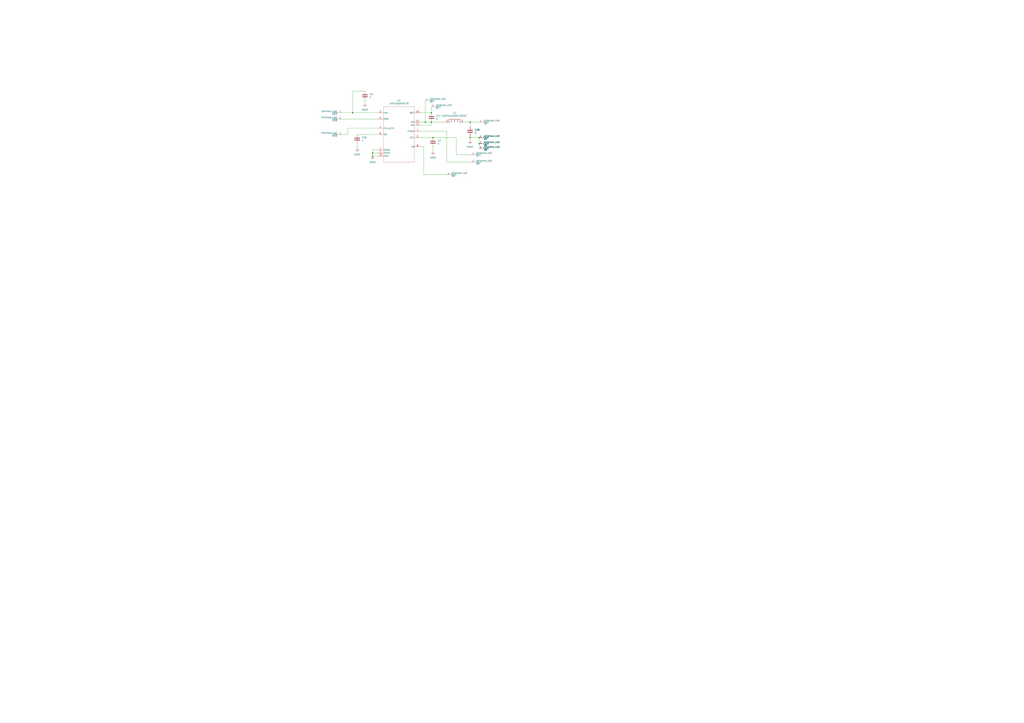
<source format=kicad_sch>
(kicad_sch (version 20230121) (generator eeschema)
  (paper "A1")
  (lib_symbols
    (symbol "Connectors_for_Wire:WireHole_1p5"
      (property "Reference" "D" (at 0 -1.27 0))
      (property "Value" "WireHole_1p5" (at 0 1.27 0))
      (symbol "WireHole_1p5_1_0"
        (pin bidirectional line (at 0 0 0) (length 2.54) (name "Conn") (number "1"))
      )
    )
    (symbol "Device:C" (pin_numbers hide) (pin_names (offset 0.254))
      (property "Reference" "C" (at 0.635 2.54 0))
      (property "Value" "C" (at 0.635 -2.54 0))
      (symbol "C_0_1"
        (polyline (pts (xy -2.032 -0.762) (xy 2.032 -0.762)) (stroke (width 0.508)))
        (polyline (pts (xy -2.032 0.762) (xy 2.032 0.762)) (stroke (width 0.508)))
      )
      (symbol "C_1_1"
        (pin passive line (at 0 3.81 270) (length 2.794) (name "~") (number "1"))
        (pin passive line (at 0 -3.81 90) (length 2.794) (name "~") (number "2"))
      )
    )
    (symbol "LM5160ADNTR:LM5160ADNTR" (pin_names (offset 0.254))
      (property "Reference" "U" (at 0 2.54 0))
      (property "Value" "LM5160ADNTR" (at 0 0 0))
      (symbol "LM5160ADNTR_0_1"
        (polyline (pts (xy -12.7 -22.86) (xy 12.7 -22.86)) (stroke (width 0.1016)))
        (polyline (pts (xy -12.7 22.86) (xy -12.7 -22.86)) (stroke (width 0.1016)))
        (polyline (pts (xy 12.7 -22.86) (xy 12.7 22.86)) (stroke (width 0.1016)))
        (polyline (pts (xy 12.7 22.86) (xy -12.7 22.86)) (stroke (width 0.1016)))
        (pin power_in line (at -17.78 -12.7 0) (length 5.08) (name "AGND") (number "1"))
        (pin power_in line (at 17.78 17.78 180) (length 5.08) (name "BST") (number "10"))
        (pin power_in line (at 17.78 7.62 180) (length 5.08) (name "SW") (number "11"))
        (pin power_in line (at 17.78 10.16 180) (length 5.08) (name "SW") (number "12"))
        (pin power_in line (at -17.78 -17.78 0) (length 5.08) (name "PAD") (number "13"))
        (pin power_in line (at -17.78 -15.24 0) (length 5.08) (name "PGND") (number "2"))
        (pin power_in line (at -17.78 17.78 0) (length 5.08) (name "VIN") (number "3"))
        (pin input line (at -17.78 5.08 0) (length 5.08) (name "EN_UVLO") (number "4"))
        (pin input line (at -17.78 12.7 0) (length 5.08) (name "RON") (number "5"))
        (pin input line (at -17.78 0 0) (length 5.08) (name "SS") (number "6"))
        (pin input line (at 17.78 2.54 180) (length 5.08) (name "FPWM") (number "7"))
        (pin input line (at 17.78 -10.16 180) (length 5.08) (name "FB") (number "8"))
        (pin power_in line (at 17.78 -2.54 180) (length 5.08) (name "VCC") (number "9"))
      )
    )
    (symbol "SWPA4030S1R0NT:SWPA4030S1R0NT" (pin_names (offset 0.254))
      (property "Reference" "L" (at 6.985 5.08 0))
      (property "Value" "SWPA4030S1R0NT" (at 6.985 -2.54 0))
      (symbol "SWPA4030S1R0NT_1_1"
        (polyline (pts (xy 2.54 0) (xy 2.54 1.27)) (stroke (width 0.2032)))
        (polyline (pts (xy 5.08 0) (xy 5.08 1.27)) (stroke (width 0.2032)))
        (polyline (pts (xy 7.62 0) (xy 7.62 1.27)) (stroke (width 0.2032)))
        (polyline (pts (xy 10.16 0) (xy 10.16 1.27)) (stroke (width 0.2032)))
        (polyline (pts (xy 12.7 0) (xy 12.7 1.27)) (stroke (width 0.2032)))
        (arc (start 5.08 1.27) (mid 3.81 2.5345) (end 2.54 1.27) (stroke (width 0.2032)))
        (arc (start 7.62 1.27) (mid 6.35 2.5345) (end 5.08 1.27) (stroke (width 0.2032)))
        (arc (start 10.16 1.27) (mid 8.89 2.5345) (end 7.62 1.27) (stroke (width 0.2032)))
        (arc (start 12.7 1.27) (mid 11.43 2.5345) (end 10.16 1.27) (stroke (width 0.2032)))
        (pin unspecified line (at 15.24 0 180) (length 2.54) (name "1") (number "1"))
        (pin unspecified line (at 0 0 0) (length 2.54) (name "2") (number "2"))
      )
      (symbol "SWPA4030S1R0NT_1_2"
        (arc (start -1.27 5.08) (mid -2.5345 3.81) (end -1.27 2.54) (stroke (width 0.2032)))
        (arc (start -1.27 7.62) (mid -2.5345 6.35) (end -1.27 5.08) (stroke (width 0.2032)))
        (arc (start -1.27 10.16) (mid -2.5345 8.89) (end -1.27 7.62) (stroke (width 0.2032)))
        (arc (start -1.27 12.7) (mid -2.5345 11.43) (end -1.27 10.16) (stroke (width 0.2032)))
        (polyline (pts (xy 0 2.54) (xy -1.27 2.54)) (stroke (width 0.2032)))
        (polyline (pts (xy 0 5.08) (xy -1.27 5.08)) (stroke (width 0.2032)))
        (polyline (pts (xy 0 7.62) (xy -1.27 7.62)) (stroke (width 0.2032)))
        (polyline (pts (xy 0 10.16) (xy -1.27 10.16)) (stroke (width 0.2032)))
        (polyline (pts (xy 0 12.7) (xy -1.27 12.7)) (stroke (width 0.2032)))
        (pin unspecified line (at 0 15.24 270) (length 2.54) (name "1") (number "1"))
        (pin unspecified line (at 0 0 90) (length 2.54) (name "2") (number "2"))
      )
    )
    (symbol "power:GND2" (power) (pin_names (offset 0))
      (property "Value" "GND2" (at 0 -3.81 0))
      (symbol "GND2_0_1"
        (polyline (pts (xy 0 0) (xy 0 -1.27) (xy 1.27 -1.27) (xy 0 -2.54) (xy -1.27 -1.27) (xy 0 -1.27)))
      )
      (symbol "GND2_1_1"
        (pin power_in line (at 0 0 270) (length 0) hide (name "GND2") (number "1"))
      )
    )
  )
  (junction (at 306.07 125.73))
  (junction (at 355.6 113.03))
  (junction (at 354.33 100.33))
  (junction (at 386.08 113.03))
  (junction (at 393.7 113.03))
  (junction (at 354.33 92.71))
  (junction (at 306.07 128.27))
  (junction (at 386.08 100.33))
  (junction (at 289.56 92.71))
  (junction (at 393.7 118.11))
  (junction (at 349.25 100.33))
  (wire (pts (xy 345.44 92.71) (xy 354.33 92.71)))
  (wire (pts (xy 347.98 120.65) (xy 347.98 143.51)))
  (wire (pts (xy 386.08 100.33) (xy 393.7 100.33)))
  (wire (pts (xy 374.65 113.03) (xy 355.6 113.03)))
  (wire (pts (xy 367.03 133.35) (xy 387.35 133.35)))
  (wire (pts (xy 309.88 123.19) (xy 306.07 123.19)))
  (wire (pts (xy 289.56 74.93) (xy 289.56 92.71)))
  (wire (pts (xy 386.08 100.33) (xy 386.08 104.14)))
  (wire (pts (xy 355.6 120.65) (xy 355.6 124.46)))
  (wire (pts (xy 367.03 107.95) (xy 367.03 133.35)))
  (wire (pts (xy 349.25 100.33) (xy 354.33 100.33)))
  (wire (pts (xy 299.72 74.93) (xy 289.56 74.93)))
  (wire (pts (xy 381 100.33) (xy 386.08 100.33)))
  (wire (pts (xy 280.67 92.71) (xy 289.56 92.71)))
  (wire (pts (xy 345.44 102.87) (xy 354.33 102.87)))
  (wire (pts (xy 345.44 100.33) (xy 349.25 100.33)))
  (wire (pts (xy 345.44 120.65) (xy 347.98 120.65)))
  (wire (pts (xy 386.08 113.03) (xy 386.08 115.57)))
  (wire (pts (xy 367.03 107.95) (xy 345.44 107.95)))
  (wire (pts (xy 309.88 125.73) (xy 306.07 125.73)))
  (wire (pts (xy 306.07 125.73) (xy 306.07 128.27)))
  (wire (pts (xy 393.7 118.11) (xy 393.7 121.92)))
  (wire (pts (xy 293.37 110.49) (xy 309.88 110.49)))
  (wire (pts (xy 289.56 92.71) (xy 309.88 92.71)))
  (wire (pts (xy 354.33 102.87) (xy 354.33 100.33)))
  (wire (pts (xy 306.07 123.19) (xy 306.07 125.73)))
  (wire (pts (xy 285.75 105.41) (xy 309.88 105.41)))
  (wire (pts (xy 354.33 100.33) (xy 365.76 100.33)))
  (wire (pts (xy 349.25 82.55) (xy 349.25 100.33)))
  (wire (pts (xy 387.35 127) (xy 374.65 127)))
  (wire (pts (xy 293.37 118.11) (xy 293.37 121.92)))
  (wire (pts (xy 354.33 87.63) (xy 354.33 92.71)))
  (wire (pts (xy 345.44 113.03) (xy 355.6 113.03)))
  (wire (pts (xy 280.67 110.49) (xy 285.75 110.49)))
  (wire (pts (xy 386.08 111.76) (xy 386.08 113.03)))
  (wire (pts (xy 280.67 97.79) (xy 309.88 97.79)))
  (wire (pts (xy 306.07 128.27) (xy 309.88 128.27)))
  (wire (pts (xy 393.7 113.03) (xy 393.7 118.11)))
  (wire (pts (xy 299.72 82.55) (xy 299.72 85.09)))
  (wire (pts (xy 347.98 143.51) (xy 367.03 143.51)))
  (wire (pts (xy 285.75 110.49) (xy 285.75 105.41)))
  (wire (pts (xy 374.65 127) (xy 374.65 113.03)))
  (wire (pts (xy 386.08 113.03) (xy 393.7 113.03)))
  (symbol (lib_id "power:GND2") (at 386.08 115.57 0) (unit 1)
    (property "Reference" "#PWR012" (effects hide))
    (property "Value" "GND2" (at 386.08 120.65 0))
  )
  (symbol (lib_id "Connectors_for_Wire:WireHole_1p5") (at 387.35 133.35 0) (mirror x) (unit 1)
    (property "Reference" "D6" (at 391.16 134.6201 0) (effects (justify left)))
    (property "Value" "WireHole_1p5" (at 391.16 132.0801 0) (effects (justify left)))
    (property "Footprint" "Wire_holes:WireHole_1p2" (effects hide))
  )
  (symbol (lib_id "power:GND2") (at 306.07 128.27 0) (unit 1)
    (property "Reference" "#PWR015" (effects hide))
    (property "Value" "GND2" (at 306.07 133.35 0))
  )
  (symbol (lib_id "Connectors_for_Wire:WireHole_1p5") (at 280.67 97.79 180) (unit 1)
    (property "Reference" "D18" (at 276.86 99.0601 0) (effects (justify left)))
    (property "Value" "WireHole_1p5" (at 276.86 96.5201 0) (effects (justify left)))
    (property "Footprint" "Wire_holes:WireHole_1p2" (effects hide))
  )
  (symbol (lib_id "Connectors_for_Wire:WireHole_1p5") (at 367.03 143.51 0) (mirror x) (unit 1)
    (property "Reference" "D9" (at 370.84 144.7801 0) (effects (justify left)))
    (property "Value" "WireHole_1p5" (at 370.84 142.2401 0) (effects (justify left)))
    (property "Footprint" "Wire_holes:WireHole_1p2" (effects hide))
  )
  (symbol (lib_id "Connectors_for_Wire:WireHole_1p5") (at 387.35 127 0) (mirror x) (unit 1)
    (property "Reference" "D7" (at 391.16 128.2701 0) (effects (justify left)))
    (property "Value" "WireHole_1p5" (at 391.16 125.7301 0) (effects (justify left)))
    (property "Footprint" "Wire_holes:WireHole_1p2" (effects hide))
  )
  (symbol (lib_id "Device:C") (at 386.08 107.95 0) (unit 1)
    (property "Reference" "C28" (at 389.89 106.68 0) (effects (justify left)))
    (property "Value" "C" (at 389.89 109.22 0) (effects (justify left)))
    (property "Footprint" "Capacitor_SMD:C_0805_2012Metric_Pad1.18x1.45mm_HandSolder" (effects hide))
  )
  (symbol (lib_id "Connectors_for_Wire:WireHole_1p5") (at 393.7 121.92 0) (mirror x) (unit 1)
    (property "Reference" "D8" (at 397.51 123.1901 0) (effects (justify left)))
    (property "Value" "WireHole_1p5" (at 397.51 120.6501 0) (effects (justify left)))
    (property "Footprint" "Wire_holes:WireHole_1p2" (effects hide))
  )
  (symbol (lib_id "Connectors_for_Wire:WireHole_1p5") (at 280.67 110.49 180) (unit 1)
    (property "Reference" "D19" (at 276.86 111.7601 0) (effects (justify left)))
    (property "Value" "WireHole_1p5" (at 276.86 109.2201 0) (effects (justify left)))
    (property "Footprint" "Wire_holes:WireHole_1p2" (effects hide))
  )
  (symbol (lib_id "Connectors_for_Wire:WireHole_1p5") (at 354.33 87.63 0) (mirror x) (unit 1)
    (property "Reference" "D1" (at 358.14 88.9001 0) (effects (justify left)))
    (property "Value" "WireHole_1p5" (at 358.14 86.3601 0) (effects (justify left)))
    (property "Footprint" "Wire_holes:WireHole_1p2" (effects hide))
  )
  (symbol (lib_id "Connectors_for_Wire:WireHole_1p5") (at 393.7 100.33 0) (mirror x) (unit 1)
    (property "Reference" "D2" (at 397.51 101.6001 0) (effects (justify left)))
    (property "Value" "WireHole_1p5" (at 397.51 99.0601 0) (effects (justify left)))
    (property "Footprint" "Wire_holes:WireHole_1p2" (effects hide))
  )
  (symbol (lib_id "Connectors_for_Wire:WireHole_1p5") (at 393.7 118.11 0) (mirror x) (unit 1)
    (property "Reference" "D5" (at 397.51 119.3801 0) (effects (justify left)))
    (property "Value" "WireHole_1p5" (at 397.51 116.8401 0) (effects (justify left)))
    (property "Footprint" "Wire_holes:WireHole_1p2" (effects hide))
  )
  (symbol (lib_id "Connectors_for_Wire:WireHole_1p5") (at 280.67 92.71 180) (unit 1)
    (property "Reference" "D17" (at 276.86 93.9801 0) (effects (justify left)))
    (property "Value" "WireHole_1p5" (at 276.86 91.4401 0) (effects (justify left)))
    (property "Footprint" "Wire_holes:WireHole_1p2" (effects hide))
  )
  (symbol (lib_id "Device:C") (at 299.72 78.74 0) (unit 1)
    (property "Reference" "C5" (at 303.53 77.47 0) (effects (justify left)))
    (property "Value" "C" (at 303.53 80.01 0) (effects (justify left)))
    (property "Footprint" "Capacitor_SMD:C_0805_2012Metric_Pad1.18x1.45mm_HandSolder" (effects hide))
  )
  (symbol (lib_id "Connectors_for_Wire:WireHole_1p5") (at 349.25 82.55 0) (mirror x) (unit 1)
    (property "Reference" "D4" (at 353.06 83.8201 0) (effects (justify left)))
    (property "Value" "WireHole_1p5" (at 353.06 81.2801 0) (effects (justify left)))
    (property "Footprint" "Wire_holes:WireHole_1p2" (effects hide))
  )
  (symbol (lib_id "power:GND2") (at 299.72 85.09 0) (unit 1)
    (property "Reference" "#PWR09" (effects hide))
    (property "Value" "GND2" (at 299.72 90.17 0))
  )
  (symbol (lib_id "Device:C") (at 355.6 116.84 0) (unit 1)
    (property "Reference" "C2" (at 359.41 115.57 0) (effects (justify left)))
    (property "Value" "C" (at 359.41 118.11 0) (effects (justify left)))
    (property "Footprint" "Capacitor_SMD:C_0603_1608Metric_Pad1.08x0.95mm_HandSolder" (effects hide))
  )
  (symbol (lib_id "Device:C") (at 354.33 96.52 0) (unit 1)
    (property "Reference" "C27" (at 358.14 95.25 0) (effects (justify left)))
    (property "Value" "C" (at 358.14 97.79 0) (effects (justify left)))
    (property "Footprint" "Capacitor_SMD:C_0603_1608Metric_Pad1.08x0.95mm_HandSolder" (effects hide))
  )
  (symbol (lib_id "power:GND2") (at 355.6 124.46 0) (unit 1)
    (property "Reference" "#PWR01" (effects hide))
    (property "Value" "GND2" (at 355.6 129.54 0))
  )
  (symbol (lib_id "Connectors_for_Wire:WireHole_1p5") (at 393.7 113.03 0) (mirror x) (unit 1)
    (property "Reference" "D3" (at 397.51 114.3001 0) (effects (justify left)))
    (property "Value" "WireHole_1p5" (at 397.51 111.7601 0) (effects (justify left)))
    (property "Footprint" "Wire_holes:WireHole_1p2" (effects hide))
  )
  (symbol (lib_id "SWPA4030S1R0NT:SWPA4030S1R0NT") (at 365.76 100.33 0) (unit 1)
    (property "Reference" "L1" (at 373.38 92.71 0) (effects (font (size 1.524 1.524))))
    (property "Value" "SWPA4030S1R0NT" (at 373.38 95.25 0) (effects (font (size 1.524 1.524))))
    (property "Footprint" "ul_SWPA4030S1R0NT:IND_SWPA4030S_SNL" (effects hide))
    (property "Datasheet" "SWPA4030S1R0NT" (effects hide))
  )
  (symbol (lib_id "power:GND2") (at 293.37 121.92 0) (unit 1)
    (property "Reference" "#PWR016" (effects hide))
    (property "Value" "GND2" (at 293.37 127 0))
  )
  (symbol (lib_id "LM5160ADNTR:LM5160ADNTR") (at 327.66 110.49 0) (unit 1)
    (property "Reference" "U1" (at 327.66 82.55 0) (effects (font (size 1.524 1.524))))
    (property "Value" "LM5160ADNTR" (at 327.66 85.09 0) (effects (font (size 1.524 1.524))))
    (property "Footprint" "ul_LM5160ADNTR:DNT0012B" (effects hide))
    (property "Datasheet" "LM5160ADNTR" (effects hide))
  )
  (symbol (lib_id "Device:C") (at 293.37 114.3 0) (unit 1)
    (property "Reference" "C26" (at 297.18 113.03 0) (effects (justify left)))
    (property "Value" "C" (at 297.18 115.57 0) (effects (justify left)))
    (property "Footprint" "Capacitor_SMD:C_0603_1608Metric_Pad1.08x0.95mm_HandSolder" (effects hide))
  )
)
</source>
